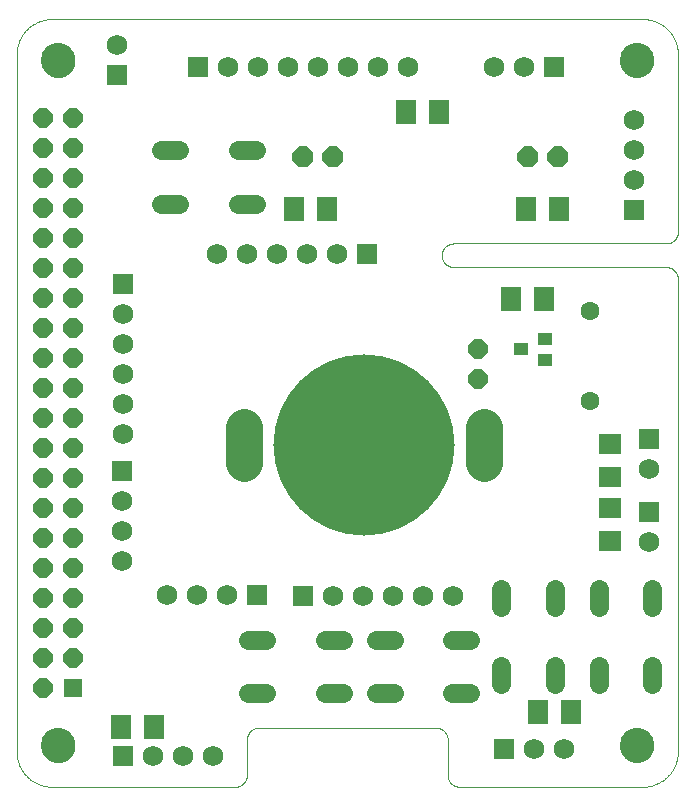
<source format=gbs>
G75*
%MOIN*%
%OFA0B0*%
%FSLAX25Y25*%
%IPPOS*%
%LPD*%
%AMOC8*
5,1,8,0,0,1.08239X$1,22.5*
%
%ADD10C,0.00000*%
%ADD11C,0.11424*%
%ADD12R,0.06400X0.06400*%
%ADD13OC8,0.06400*%
%ADD14C,0.06306*%
%ADD15R,0.06900X0.06900*%
%ADD16C,0.06900*%
%ADD17C,0.60400*%
%ADD18C,0.12400*%
%ADD19R,0.04900X0.04400*%
%ADD20C,0.06400*%
%ADD21OC8,0.07000*%
%ADD22R,0.06699X0.08274*%
%ADD23R,0.07487X0.06699*%
D10*
X0037312Y0035098D02*
X0098336Y0035098D01*
X0098460Y0035100D01*
X0098583Y0035106D01*
X0098707Y0035115D01*
X0098829Y0035129D01*
X0098952Y0035146D01*
X0099074Y0035168D01*
X0099195Y0035193D01*
X0099315Y0035222D01*
X0099434Y0035254D01*
X0099553Y0035291D01*
X0099670Y0035331D01*
X0099785Y0035374D01*
X0099900Y0035422D01*
X0100012Y0035473D01*
X0100123Y0035527D01*
X0100233Y0035585D01*
X0100340Y0035646D01*
X0100446Y0035711D01*
X0100549Y0035779D01*
X0100650Y0035850D01*
X0100749Y0035924D01*
X0100846Y0036001D01*
X0100940Y0036082D01*
X0101031Y0036165D01*
X0101120Y0036251D01*
X0101206Y0036340D01*
X0101289Y0036431D01*
X0101370Y0036525D01*
X0101447Y0036622D01*
X0101521Y0036721D01*
X0101592Y0036822D01*
X0101660Y0036925D01*
X0101725Y0037031D01*
X0101786Y0037138D01*
X0101844Y0037248D01*
X0101898Y0037359D01*
X0101949Y0037471D01*
X0101997Y0037586D01*
X0102040Y0037701D01*
X0102080Y0037818D01*
X0102117Y0037937D01*
X0102149Y0038056D01*
X0102178Y0038176D01*
X0102203Y0038297D01*
X0102225Y0038419D01*
X0102242Y0038542D01*
X0102256Y0038664D01*
X0102265Y0038788D01*
X0102271Y0038911D01*
X0102273Y0039035D01*
X0102273Y0050846D01*
X0102275Y0050970D01*
X0102281Y0051093D01*
X0102290Y0051217D01*
X0102304Y0051339D01*
X0102321Y0051462D01*
X0102343Y0051584D01*
X0102368Y0051705D01*
X0102397Y0051825D01*
X0102429Y0051944D01*
X0102466Y0052063D01*
X0102506Y0052180D01*
X0102549Y0052295D01*
X0102597Y0052410D01*
X0102648Y0052522D01*
X0102702Y0052633D01*
X0102760Y0052743D01*
X0102821Y0052850D01*
X0102886Y0052956D01*
X0102954Y0053059D01*
X0103025Y0053160D01*
X0103099Y0053259D01*
X0103176Y0053356D01*
X0103257Y0053450D01*
X0103340Y0053541D01*
X0103426Y0053630D01*
X0103515Y0053716D01*
X0103606Y0053799D01*
X0103700Y0053880D01*
X0103797Y0053957D01*
X0103896Y0054031D01*
X0103997Y0054102D01*
X0104100Y0054170D01*
X0104206Y0054235D01*
X0104313Y0054296D01*
X0104423Y0054354D01*
X0104534Y0054408D01*
X0104646Y0054459D01*
X0104761Y0054507D01*
X0104876Y0054550D01*
X0104993Y0054590D01*
X0105112Y0054627D01*
X0105231Y0054659D01*
X0105351Y0054688D01*
X0105472Y0054713D01*
X0105594Y0054735D01*
X0105717Y0054752D01*
X0105839Y0054766D01*
X0105963Y0054775D01*
X0106086Y0054781D01*
X0106210Y0054783D01*
X0165265Y0054783D01*
X0165389Y0054781D01*
X0165512Y0054775D01*
X0165636Y0054766D01*
X0165758Y0054752D01*
X0165881Y0054735D01*
X0166003Y0054713D01*
X0166124Y0054688D01*
X0166244Y0054659D01*
X0166363Y0054627D01*
X0166482Y0054590D01*
X0166599Y0054550D01*
X0166714Y0054507D01*
X0166829Y0054459D01*
X0166941Y0054408D01*
X0167052Y0054354D01*
X0167162Y0054296D01*
X0167269Y0054235D01*
X0167375Y0054170D01*
X0167478Y0054102D01*
X0167579Y0054031D01*
X0167678Y0053957D01*
X0167775Y0053880D01*
X0167869Y0053799D01*
X0167960Y0053716D01*
X0168049Y0053630D01*
X0168135Y0053541D01*
X0168218Y0053450D01*
X0168299Y0053356D01*
X0168376Y0053259D01*
X0168450Y0053160D01*
X0168521Y0053059D01*
X0168589Y0052956D01*
X0168654Y0052850D01*
X0168715Y0052743D01*
X0168773Y0052633D01*
X0168827Y0052522D01*
X0168878Y0052410D01*
X0168926Y0052295D01*
X0168969Y0052180D01*
X0169009Y0052063D01*
X0169046Y0051944D01*
X0169078Y0051825D01*
X0169107Y0051705D01*
X0169132Y0051584D01*
X0169154Y0051462D01*
X0169171Y0051339D01*
X0169185Y0051217D01*
X0169194Y0051093D01*
X0169200Y0050970D01*
X0169202Y0050846D01*
X0169202Y0039035D01*
X0169204Y0038911D01*
X0169210Y0038788D01*
X0169219Y0038664D01*
X0169233Y0038542D01*
X0169250Y0038419D01*
X0169272Y0038297D01*
X0169297Y0038176D01*
X0169326Y0038056D01*
X0169358Y0037937D01*
X0169395Y0037818D01*
X0169435Y0037701D01*
X0169478Y0037586D01*
X0169526Y0037471D01*
X0169577Y0037359D01*
X0169631Y0037248D01*
X0169689Y0037138D01*
X0169750Y0037031D01*
X0169815Y0036925D01*
X0169883Y0036822D01*
X0169954Y0036721D01*
X0170028Y0036622D01*
X0170105Y0036525D01*
X0170186Y0036431D01*
X0170269Y0036340D01*
X0170355Y0036251D01*
X0170444Y0036165D01*
X0170535Y0036082D01*
X0170629Y0036001D01*
X0170726Y0035924D01*
X0170825Y0035850D01*
X0170926Y0035779D01*
X0171029Y0035711D01*
X0171135Y0035646D01*
X0171242Y0035585D01*
X0171352Y0035527D01*
X0171463Y0035473D01*
X0171575Y0035422D01*
X0171690Y0035374D01*
X0171805Y0035331D01*
X0171922Y0035291D01*
X0172041Y0035254D01*
X0172160Y0035222D01*
X0172280Y0035193D01*
X0172401Y0035168D01*
X0172523Y0035146D01*
X0172646Y0035129D01*
X0172768Y0035115D01*
X0172892Y0035106D01*
X0173015Y0035100D01*
X0173139Y0035098D01*
X0234162Y0035098D01*
X0234447Y0035101D01*
X0234733Y0035112D01*
X0235018Y0035129D01*
X0235302Y0035153D01*
X0235586Y0035184D01*
X0235869Y0035222D01*
X0236150Y0035267D01*
X0236431Y0035318D01*
X0236711Y0035376D01*
X0236989Y0035441D01*
X0237265Y0035513D01*
X0237539Y0035591D01*
X0237812Y0035676D01*
X0238082Y0035768D01*
X0238350Y0035866D01*
X0238616Y0035970D01*
X0238879Y0036081D01*
X0239139Y0036198D01*
X0239397Y0036321D01*
X0239651Y0036451D01*
X0239902Y0036587D01*
X0240150Y0036728D01*
X0240394Y0036876D01*
X0240635Y0037029D01*
X0240871Y0037189D01*
X0241104Y0037354D01*
X0241333Y0037524D01*
X0241558Y0037700D01*
X0241778Y0037882D01*
X0241994Y0038068D01*
X0242205Y0038260D01*
X0242412Y0038457D01*
X0242614Y0038659D01*
X0242811Y0038866D01*
X0243003Y0039077D01*
X0243189Y0039293D01*
X0243371Y0039513D01*
X0243547Y0039738D01*
X0243717Y0039967D01*
X0243882Y0040200D01*
X0244042Y0040436D01*
X0244195Y0040677D01*
X0244343Y0040921D01*
X0244484Y0041169D01*
X0244620Y0041420D01*
X0244750Y0041674D01*
X0244873Y0041932D01*
X0244990Y0042192D01*
X0245101Y0042455D01*
X0245205Y0042721D01*
X0245303Y0042989D01*
X0245395Y0043259D01*
X0245480Y0043532D01*
X0245558Y0043806D01*
X0245630Y0044082D01*
X0245695Y0044360D01*
X0245753Y0044640D01*
X0245804Y0044921D01*
X0245849Y0045202D01*
X0245887Y0045485D01*
X0245918Y0045769D01*
X0245942Y0046053D01*
X0245959Y0046338D01*
X0245970Y0046624D01*
X0245973Y0046909D01*
X0245973Y0204390D01*
X0245971Y0204514D01*
X0245965Y0204637D01*
X0245956Y0204761D01*
X0245942Y0204883D01*
X0245925Y0205006D01*
X0245903Y0205128D01*
X0245878Y0205249D01*
X0245849Y0205369D01*
X0245817Y0205488D01*
X0245780Y0205607D01*
X0245740Y0205724D01*
X0245697Y0205839D01*
X0245649Y0205954D01*
X0245598Y0206066D01*
X0245544Y0206177D01*
X0245486Y0206287D01*
X0245425Y0206394D01*
X0245360Y0206500D01*
X0245292Y0206603D01*
X0245221Y0206704D01*
X0245147Y0206803D01*
X0245070Y0206900D01*
X0244989Y0206994D01*
X0244906Y0207085D01*
X0244820Y0207174D01*
X0244731Y0207260D01*
X0244640Y0207343D01*
X0244546Y0207424D01*
X0244449Y0207501D01*
X0244350Y0207575D01*
X0244249Y0207646D01*
X0244146Y0207714D01*
X0244040Y0207779D01*
X0243933Y0207840D01*
X0243823Y0207898D01*
X0243712Y0207952D01*
X0243600Y0208003D01*
X0243485Y0208051D01*
X0243370Y0208094D01*
X0243253Y0208134D01*
X0243134Y0208171D01*
X0243015Y0208203D01*
X0242895Y0208232D01*
X0242774Y0208257D01*
X0242652Y0208279D01*
X0242529Y0208296D01*
X0242407Y0208310D01*
X0242283Y0208319D01*
X0242160Y0208325D01*
X0242036Y0208327D01*
X0171170Y0208327D01*
X0171046Y0208329D01*
X0170923Y0208335D01*
X0170799Y0208344D01*
X0170677Y0208358D01*
X0170554Y0208375D01*
X0170432Y0208397D01*
X0170311Y0208422D01*
X0170191Y0208451D01*
X0170072Y0208483D01*
X0169953Y0208520D01*
X0169836Y0208560D01*
X0169721Y0208603D01*
X0169606Y0208651D01*
X0169494Y0208702D01*
X0169383Y0208756D01*
X0169273Y0208814D01*
X0169166Y0208875D01*
X0169060Y0208940D01*
X0168957Y0209008D01*
X0168856Y0209079D01*
X0168757Y0209153D01*
X0168660Y0209230D01*
X0168566Y0209311D01*
X0168475Y0209394D01*
X0168386Y0209480D01*
X0168300Y0209569D01*
X0168217Y0209660D01*
X0168136Y0209754D01*
X0168059Y0209851D01*
X0167985Y0209950D01*
X0167914Y0210051D01*
X0167846Y0210154D01*
X0167781Y0210260D01*
X0167720Y0210367D01*
X0167662Y0210477D01*
X0167608Y0210588D01*
X0167557Y0210700D01*
X0167509Y0210815D01*
X0167466Y0210930D01*
X0167426Y0211047D01*
X0167389Y0211166D01*
X0167357Y0211285D01*
X0167328Y0211405D01*
X0167303Y0211526D01*
X0167281Y0211648D01*
X0167264Y0211771D01*
X0167250Y0211893D01*
X0167241Y0212017D01*
X0167235Y0212140D01*
X0167233Y0212264D01*
X0167235Y0212388D01*
X0167241Y0212511D01*
X0167250Y0212635D01*
X0167264Y0212757D01*
X0167281Y0212880D01*
X0167303Y0213002D01*
X0167328Y0213123D01*
X0167357Y0213243D01*
X0167389Y0213362D01*
X0167426Y0213481D01*
X0167466Y0213598D01*
X0167509Y0213713D01*
X0167557Y0213828D01*
X0167608Y0213940D01*
X0167662Y0214051D01*
X0167720Y0214161D01*
X0167781Y0214268D01*
X0167846Y0214374D01*
X0167914Y0214477D01*
X0167985Y0214578D01*
X0168059Y0214677D01*
X0168136Y0214774D01*
X0168217Y0214868D01*
X0168300Y0214959D01*
X0168386Y0215048D01*
X0168475Y0215134D01*
X0168566Y0215217D01*
X0168660Y0215298D01*
X0168757Y0215375D01*
X0168856Y0215449D01*
X0168957Y0215520D01*
X0169060Y0215588D01*
X0169166Y0215653D01*
X0169273Y0215714D01*
X0169383Y0215772D01*
X0169494Y0215826D01*
X0169606Y0215877D01*
X0169721Y0215925D01*
X0169836Y0215968D01*
X0169953Y0216008D01*
X0170072Y0216045D01*
X0170191Y0216077D01*
X0170311Y0216106D01*
X0170432Y0216131D01*
X0170554Y0216153D01*
X0170677Y0216170D01*
X0170799Y0216184D01*
X0170923Y0216193D01*
X0171046Y0216199D01*
X0171170Y0216201D01*
X0242036Y0216201D01*
X0242160Y0216203D01*
X0242283Y0216209D01*
X0242407Y0216218D01*
X0242529Y0216232D01*
X0242652Y0216249D01*
X0242774Y0216271D01*
X0242895Y0216296D01*
X0243015Y0216325D01*
X0243134Y0216357D01*
X0243253Y0216394D01*
X0243370Y0216434D01*
X0243485Y0216477D01*
X0243600Y0216525D01*
X0243712Y0216576D01*
X0243823Y0216630D01*
X0243933Y0216688D01*
X0244040Y0216749D01*
X0244146Y0216814D01*
X0244249Y0216882D01*
X0244350Y0216953D01*
X0244449Y0217027D01*
X0244546Y0217104D01*
X0244640Y0217185D01*
X0244731Y0217268D01*
X0244820Y0217354D01*
X0244906Y0217443D01*
X0244989Y0217534D01*
X0245070Y0217628D01*
X0245147Y0217725D01*
X0245221Y0217824D01*
X0245292Y0217925D01*
X0245360Y0218028D01*
X0245425Y0218134D01*
X0245486Y0218241D01*
X0245544Y0218351D01*
X0245598Y0218462D01*
X0245649Y0218574D01*
X0245697Y0218689D01*
X0245740Y0218804D01*
X0245780Y0218921D01*
X0245817Y0219040D01*
X0245849Y0219159D01*
X0245878Y0219279D01*
X0245903Y0219400D01*
X0245925Y0219522D01*
X0245942Y0219645D01*
X0245956Y0219767D01*
X0245965Y0219891D01*
X0245971Y0220014D01*
X0245973Y0220138D01*
X0245973Y0279193D01*
X0245970Y0279478D01*
X0245959Y0279764D01*
X0245942Y0280049D01*
X0245918Y0280333D01*
X0245887Y0280617D01*
X0245849Y0280900D01*
X0245804Y0281181D01*
X0245753Y0281462D01*
X0245695Y0281742D01*
X0245630Y0282020D01*
X0245558Y0282296D01*
X0245480Y0282570D01*
X0245395Y0282843D01*
X0245303Y0283113D01*
X0245205Y0283381D01*
X0245101Y0283647D01*
X0244990Y0283910D01*
X0244873Y0284170D01*
X0244750Y0284428D01*
X0244620Y0284682D01*
X0244484Y0284933D01*
X0244343Y0285181D01*
X0244195Y0285425D01*
X0244042Y0285666D01*
X0243882Y0285902D01*
X0243717Y0286135D01*
X0243547Y0286364D01*
X0243371Y0286589D01*
X0243189Y0286809D01*
X0243003Y0287025D01*
X0242811Y0287236D01*
X0242614Y0287443D01*
X0242412Y0287645D01*
X0242205Y0287842D01*
X0241994Y0288034D01*
X0241778Y0288220D01*
X0241558Y0288402D01*
X0241333Y0288578D01*
X0241104Y0288748D01*
X0240871Y0288913D01*
X0240635Y0289073D01*
X0240394Y0289226D01*
X0240150Y0289374D01*
X0239902Y0289515D01*
X0239651Y0289651D01*
X0239397Y0289781D01*
X0239139Y0289904D01*
X0238879Y0290021D01*
X0238616Y0290132D01*
X0238350Y0290236D01*
X0238082Y0290334D01*
X0237812Y0290426D01*
X0237539Y0290511D01*
X0237265Y0290589D01*
X0236989Y0290661D01*
X0236711Y0290726D01*
X0236431Y0290784D01*
X0236150Y0290835D01*
X0235869Y0290880D01*
X0235586Y0290918D01*
X0235302Y0290949D01*
X0235018Y0290973D01*
X0234733Y0290990D01*
X0234447Y0291001D01*
X0234162Y0291004D01*
X0037312Y0291004D01*
X0037027Y0291001D01*
X0036741Y0290990D01*
X0036456Y0290973D01*
X0036172Y0290949D01*
X0035888Y0290918D01*
X0035605Y0290880D01*
X0035324Y0290835D01*
X0035043Y0290784D01*
X0034763Y0290726D01*
X0034485Y0290661D01*
X0034209Y0290589D01*
X0033935Y0290511D01*
X0033662Y0290426D01*
X0033392Y0290334D01*
X0033124Y0290236D01*
X0032858Y0290132D01*
X0032595Y0290021D01*
X0032335Y0289904D01*
X0032077Y0289781D01*
X0031823Y0289651D01*
X0031572Y0289515D01*
X0031324Y0289374D01*
X0031080Y0289226D01*
X0030839Y0289073D01*
X0030603Y0288913D01*
X0030370Y0288748D01*
X0030141Y0288578D01*
X0029916Y0288402D01*
X0029696Y0288220D01*
X0029480Y0288034D01*
X0029269Y0287842D01*
X0029062Y0287645D01*
X0028860Y0287443D01*
X0028663Y0287236D01*
X0028471Y0287025D01*
X0028285Y0286809D01*
X0028103Y0286589D01*
X0027927Y0286364D01*
X0027757Y0286135D01*
X0027592Y0285902D01*
X0027432Y0285666D01*
X0027279Y0285425D01*
X0027131Y0285181D01*
X0026990Y0284933D01*
X0026854Y0284682D01*
X0026724Y0284428D01*
X0026601Y0284170D01*
X0026484Y0283910D01*
X0026373Y0283647D01*
X0026269Y0283381D01*
X0026171Y0283113D01*
X0026079Y0282843D01*
X0025994Y0282570D01*
X0025916Y0282296D01*
X0025844Y0282020D01*
X0025779Y0281742D01*
X0025721Y0281462D01*
X0025670Y0281181D01*
X0025625Y0280900D01*
X0025587Y0280617D01*
X0025556Y0280333D01*
X0025532Y0280049D01*
X0025515Y0279764D01*
X0025504Y0279478D01*
X0025501Y0279193D01*
X0025501Y0046909D01*
X0025504Y0046624D01*
X0025515Y0046338D01*
X0025532Y0046053D01*
X0025556Y0045769D01*
X0025587Y0045485D01*
X0025625Y0045202D01*
X0025670Y0044921D01*
X0025721Y0044640D01*
X0025779Y0044360D01*
X0025844Y0044082D01*
X0025916Y0043806D01*
X0025994Y0043532D01*
X0026079Y0043259D01*
X0026171Y0042989D01*
X0026269Y0042721D01*
X0026373Y0042455D01*
X0026484Y0042192D01*
X0026601Y0041932D01*
X0026724Y0041674D01*
X0026854Y0041420D01*
X0026990Y0041169D01*
X0027131Y0040921D01*
X0027279Y0040677D01*
X0027432Y0040436D01*
X0027592Y0040200D01*
X0027757Y0039967D01*
X0027927Y0039738D01*
X0028103Y0039513D01*
X0028285Y0039293D01*
X0028471Y0039077D01*
X0028663Y0038866D01*
X0028860Y0038659D01*
X0029062Y0038457D01*
X0029269Y0038260D01*
X0029480Y0038068D01*
X0029696Y0037882D01*
X0029916Y0037700D01*
X0030141Y0037524D01*
X0030370Y0037354D01*
X0030603Y0037189D01*
X0030839Y0037029D01*
X0031080Y0036876D01*
X0031324Y0036728D01*
X0031572Y0036587D01*
X0031823Y0036451D01*
X0032077Y0036321D01*
X0032335Y0036198D01*
X0032595Y0036081D01*
X0032858Y0035970D01*
X0033124Y0035866D01*
X0033392Y0035768D01*
X0033662Y0035676D01*
X0033935Y0035591D01*
X0034209Y0035513D01*
X0034485Y0035441D01*
X0034763Y0035376D01*
X0035043Y0035318D01*
X0035324Y0035267D01*
X0035605Y0035222D01*
X0035888Y0035184D01*
X0036172Y0035153D01*
X0036456Y0035129D01*
X0036741Y0035112D01*
X0037027Y0035101D01*
X0037312Y0035098D01*
X0033765Y0048883D02*
X0033767Y0049031D01*
X0033773Y0049179D01*
X0033783Y0049327D01*
X0033797Y0049474D01*
X0033815Y0049621D01*
X0033836Y0049767D01*
X0033862Y0049913D01*
X0033892Y0050058D01*
X0033925Y0050202D01*
X0033963Y0050345D01*
X0034004Y0050487D01*
X0034049Y0050628D01*
X0034097Y0050768D01*
X0034150Y0050907D01*
X0034206Y0051044D01*
X0034266Y0051179D01*
X0034329Y0051313D01*
X0034396Y0051445D01*
X0034467Y0051575D01*
X0034541Y0051703D01*
X0034618Y0051829D01*
X0034699Y0051953D01*
X0034783Y0052075D01*
X0034870Y0052194D01*
X0034961Y0052311D01*
X0035055Y0052426D01*
X0035151Y0052538D01*
X0035251Y0052648D01*
X0035353Y0052754D01*
X0035459Y0052858D01*
X0035567Y0052959D01*
X0035678Y0053057D01*
X0035791Y0053153D01*
X0035907Y0053245D01*
X0036025Y0053334D01*
X0036146Y0053419D01*
X0036269Y0053502D01*
X0036394Y0053581D01*
X0036521Y0053657D01*
X0036650Y0053729D01*
X0036781Y0053798D01*
X0036914Y0053863D01*
X0037049Y0053924D01*
X0037185Y0053982D01*
X0037322Y0054037D01*
X0037461Y0054087D01*
X0037602Y0054134D01*
X0037743Y0054177D01*
X0037886Y0054217D01*
X0038030Y0054252D01*
X0038174Y0054284D01*
X0038320Y0054311D01*
X0038466Y0054335D01*
X0038613Y0054355D01*
X0038760Y0054371D01*
X0038907Y0054383D01*
X0039055Y0054391D01*
X0039203Y0054395D01*
X0039351Y0054395D01*
X0039499Y0054391D01*
X0039647Y0054383D01*
X0039794Y0054371D01*
X0039941Y0054355D01*
X0040088Y0054335D01*
X0040234Y0054311D01*
X0040380Y0054284D01*
X0040524Y0054252D01*
X0040668Y0054217D01*
X0040811Y0054177D01*
X0040952Y0054134D01*
X0041093Y0054087D01*
X0041232Y0054037D01*
X0041369Y0053982D01*
X0041505Y0053924D01*
X0041640Y0053863D01*
X0041773Y0053798D01*
X0041904Y0053729D01*
X0042033Y0053657D01*
X0042160Y0053581D01*
X0042285Y0053502D01*
X0042408Y0053419D01*
X0042529Y0053334D01*
X0042647Y0053245D01*
X0042763Y0053153D01*
X0042876Y0053057D01*
X0042987Y0052959D01*
X0043095Y0052858D01*
X0043201Y0052754D01*
X0043303Y0052648D01*
X0043403Y0052538D01*
X0043499Y0052426D01*
X0043593Y0052311D01*
X0043684Y0052194D01*
X0043771Y0052075D01*
X0043855Y0051953D01*
X0043936Y0051829D01*
X0044013Y0051703D01*
X0044087Y0051575D01*
X0044158Y0051445D01*
X0044225Y0051313D01*
X0044288Y0051179D01*
X0044348Y0051044D01*
X0044404Y0050907D01*
X0044457Y0050768D01*
X0044505Y0050628D01*
X0044550Y0050487D01*
X0044591Y0050345D01*
X0044629Y0050202D01*
X0044662Y0050058D01*
X0044692Y0049913D01*
X0044718Y0049767D01*
X0044739Y0049621D01*
X0044757Y0049474D01*
X0044771Y0049327D01*
X0044781Y0049179D01*
X0044787Y0049031D01*
X0044789Y0048883D01*
X0044787Y0048735D01*
X0044781Y0048587D01*
X0044771Y0048439D01*
X0044757Y0048292D01*
X0044739Y0048145D01*
X0044718Y0047999D01*
X0044692Y0047853D01*
X0044662Y0047708D01*
X0044629Y0047564D01*
X0044591Y0047421D01*
X0044550Y0047279D01*
X0044505Y0047138D01*
X0044457Y0046998D01*
X0044404Y0046859D01*
X0044348Y0046722D01*
X0044288Y0046587D01*
X0044225Y0046453D01*
X0044158Y0046321D01*
X0044087Y0046191D01*
X0044013Y0046063D01*
X0043936Y0045937D01*
X0043855Y0045813D01*
X0043771Y0045691D01*
X0043684Y0045572D01*
X0043593Y0045455D01*
X0043499Y0045340D01*
X0043403Y0045228D01*
X0043303Y0045118D01*
X0043201Y0045012D01*
X0043095Y0044908D01*
X0042987Y0044807D01*
X0042876Y0044709D01*
X0042763Y0044613D01*
X0042647Y0044521D01*
X0042529Y0044432D01*
X0042408Y0044347D01*
X0042285Y0044264D01*
X0042160Y0044185D01*
X0042033Y0044109D01*
X0041904Y0044037D01*
X0041773Y0043968D01*
X0041640Y0043903D01*
X0041505Y0043842D01*
X0041369Y0043784D01*
X0041232Y0043729D01*
X0041093Y0043679D01*
X0040952Y0043632D01*
X0040811Y0043589D01*
X0040668Y0043549D01*
X0040524Y0043514D01*
X0040380Y0043482D01*
X0040234Y0043455D01*
X0040088Y0043431D01*
X0039941Y0043411D01*
X0039794Y0043395D01*
X0039647Y0043383D01*
X0039499Y0043375D01*
X0039351Y0043371D01*
X0039203Y0043371D01*
X0039055Y0043375D01*
X0038907Y0043383D01*
X0038760Y0043395D01*
X0038613Y0043411D01*
X0038466Y0043431D01*
X0038320Y0043455D01*
X0038174Y0043482D01*
X0038030Y0043514D01*
X0037886Y0043549D01*
X0037743Y0043589D01*
X0037602Y0043632D01*
X0037461Y0043679D01*
X0037322Y0043729D01*
X0037185Y0043784D01*
X0037049Y0043842D01*
X0036914Y0043903D01*
X0036781Y0043968D01*
X0036650Y0044037D01*
X0036521Y0044109D01*
X0036394Y0044185D01*
X0036269Y0044264D01*
X0036146Y0044347D01*
X0036025Y0044432D01*
X0035907Y0044521D01*
X0035791Y0044613D01*
X0035678Y0044709D01*
X0035567Y0044807D01*
X0035459Y0044908D01*
X0035353Y0045012D01*
X0035251Y0045118D01*
X0035151Y0045228D01*
X0035055Y0045340D01*
X0034961Y0045455D01*
X0034870Y0045572D01*
X0034783Y0045691D01*
X0034699Y0045813D01*
X0034618Y0045937D01*
X0034541Y0046063D01*
X0034467Y0046191D01*
X0034396Y0046321D01*
X0034329Y0046453D01*
X0034266Y0046587D01*
X0034206Y0046722D01*
X0034150Y0046859D01*
X0034097Y0046998D01*
X0034049Y0047138D01*
X0034004Y0047279D01*
X0033963Y0047421D01*
X0033925Y0047564D01*
X0033892Y0047708D01*
X0033862Y0047853D01*
X0033836Y0047999D01*
X0033815Y0048145D01*
X0033797Y0048292D01*
X0033783Y0048439D01*
X0033773Y0048587D01*
X0033767Y0048735D01*
X0033765Y0048883D01*
X0226679Y0048883D02*
X0226681Y0049031D01*
X0226687Y0049179D01*
X0226697Y0049327D01*
X0226711Y0049474D01*
X0226729Y0049621D01*
X0226750Y0049767D01*
X0226776Y0049913D01*
X0226806Y0050058D01*
X0226839Y0050202D01*
X0226877Y0050345D01*
X0226918Y0050487D01*
X0226963Y0050628D01*
X0227011Y0050768D01*
X0227064Y0050907D01*
X0227120Y0051044D01*
X0227180Y0051179D01*
X0227243Y0051313D01*
X0227310Y0051445D01*
X0227381Y0051575D01*
X0227455Y0051703D01*
X0227532Y0051829D01*
X0227613Y0051953D01*
X0227697Y0052075D01*
X0227784Y0052194D01*
X0227875Y0052311D01*
X0227969Y0052426D01*
X0228065Y0052538D01*
X0228165Y0052648D01*
X0228267Y0052754D01*
X0228373Y0052858D01*
X0228481Y0052959D01*
X0228592Y0053057D01*
X0228705Y0053153D01*
X0228821Y0053245D01*
X0228939Y0053334D01*
X0229060Y0053419D01*
X0229183Y0053502D01*
X0229308Y0053581D01*
X0229435Y0053657D01*
X0229564Y0053729D01*
X0229695Y0053798D01*
X0229828Y0053863D01*
X0229963Y0053924D01*
X0230099Y0053982D01*
X0230236Y0054037D01*
X0230375Y0054087D01*
X0230516Y0054134D01*
X0230657Y0054177D01*
X0230800Y0054217D01*
X0230944Y0054252D01*
X0231088Y0054284D01*
X0231234Y0054311D01*
X0231380Y0054335D01*
X0231527Y0054355D01*
X0231674Y0054371D01*
X0231821Y0054383D01*
X0231969Y0054391D01*
X0232117Y0054395D01*
X0232265Y0054395D01*
X0232413Y0054391D01*
X0232561Y0054383D01*
X0232708Y0054371D01*
X0232855Y0054355D01*
X0233002Y0054335D01*
X0233148Y0054311D01*
X0233294Y0054284D01*
X0233438Y0054252D01*
X0233582Y0054217D01*
X0233725Y0054177D01*
X0233866Y0054134D01*
X0234007Y0054087D01*
X0234146Y0054037D01*
X0234283Y0053982D01*
X0234419Y0053924D01*
X0234554Y0053863D01*
X0234687Y0053798D01*
X0234818Y0053729D01*
X0234947Y0053657D01*
X0235074Y0053581D01*
X0235199Y0053502D01*
X0235322Y0053419D01*
X0235443Y0053334D01*
X0235561Y0053245D01*
X0235677Y0053153D01*
X0235790Y0053057D01*
X0235901Y0052959D01*
X0236009Y0052858D01*
X0236115Y0052754D01*
X0236217Y0052648D01*
X0236317Y0052538D01*
X0236413Y0052426D01*
X0236507Y0052311D01*
X0236598Y0052194D01*
X0236685Y0052075D01*
X0236769Y0051953D01*
X0236850Y0051829D01*
X0236927Y0051703D01*
X0237001Y0051575D01*
X0237072Y0051445D01*
X0237139Y0051313D01*
X0237202Y0051179D01*
X0237262Y0051044D01*
X0237318Y0050907D01*
X0237371Y0050768D01*
X0237419Y0050628D01*
X0237464Y0050487D01*
X0237505Y0050345D01*
X0237543Y0050202D01*
X0237576Y0050058D01*
X0237606Y0049913D01*
X0237632Y0049767D01*
X0237653Y0049621D01*
X0237671Y0049474D01*
X0237685Y0049327D01*
X0237695Y0049179D01*
X0237701Y0049031D01*
X0237703Y0048883D01*
X0237701Y0048735D01*
X0237695Y0048587D01*
X0237685Y0048439D01*
X0237671Y0048292D01*
X0237653Y0048145D01*
X0237632Y0047999D01*
X0237606Y0047853D01*
X0237576Y0047708D01*
X0237543Y0047564D01*
X0237505Y0047421D01*
X0237464Y0047279D01*
X0237419Y0047138D01*
X0237371Y0046998D01*
X0237318Y0046859D01*
X0237262Y0046722D01*
X0237202Y0046587D01*
X0237139Y0046453D01*
X0237072Y0046321D01*
X0237001Y0046191D01*
X0236927Y0046063D01*
X0236850Y0045937D01*
X0236769Y0045813D01*
X0236685Y0045691D01*
X0236598Y0045572D01*
X0236507Y0045455D01*
X0236413Y0045340D01*
X0236317Y0045228D01*
X0236217Y0045118D01*
X0236115Y0045012D01*
X0236009Y0044908D01*
X0235901Y0044807D01*
X0235790Y0044709D01*
X0235677Y0044613D01*
X0235561Y0044521D01*
X0235443Y0044432D01*
X0235322Y0044347D01*
X0235199Y0044264D01*
X0235074Y0044185D01*
X0234947Y0044109D01*
X0234818Y0044037D01*
X0234687Y0043968D01*
X0234554Y0043903D01*
X0234419Y0043842D01*
X0234283Y0043784D01*
X0234146Y0043729D01*
X0234007Y0043679D01*
X0233866Y0043632D01*
X0233725Y0043589D01*
X0233582Y0043549D01*
X0233438Y0043514D01*
X0233294Y0043482D01*
X0233148Y0043455D01*
X0233002Y0043431D01*
X0232855Y0043411D01*
X0232708Y0043395D01*
X0232561Y0043383D01*
X0232413Y0043375D01*
X0232265Y0043371D01*
X0232117Y0043371D01*
X0231969Y0043375D01*
X0231821Y0043383D01*
X0231674Y0043395D01*
X0231527Y0043411D01*
X0231380Y0043431D01*
X0231234Y0043455D01*
X0231088Y0043482D01*
X0230944Y0043514D01*
X0230800Y0043549D01*
X0230657Y0043589D01*
X0230516Y0043632D01*
X0230375Y0043679D01*
X0230236Y0043729D01*
X0230099Y0043784D01*
X0229963Y0043842D01*
X0229828Y0043903D01*
X0229695Y0043968D01*
X0229564Y0044037D01*
X0229435Y0044109D01*
X0229308Y0044185D01*
X0229183Y0044264D01*
X0229060Y0044347D01*
X0228939Y0044432D01*
X0228821Y0044521D01*
X0228705Y0044613D01*
X0228592Y0044709D01*
X0228481Y0044807D01*
X0228373Y0044908D01*
X0228267Y0045012D01*
X0228165Y0045118D01*
X0228065Y0045228D01*
X0227969Y0045340D01*
X0227875Y0045455D01*
X0227784Y0045572D01*
X0227697Y0045691D01*
X0227613Y0045813D01*
X0227532Y0045937D01*
X0227455Y0046063D01*
X0227381Y0046191D01*
X0227310Y0046321D01*
X0227243Y0046453D01*
X0227180Y0046587D01*
X0227120Y0046722D01*
X0227064Y0046859D01*
X0227011Y0046998D01*
X0226963Y0047138D01*
X0226918Y0047279D01*
X0226877Y0047421D01*
X0226839Y0047564D01*
X0226806Y0047708D01*
X0226776Y0047853D01*
X0226750Y0047999D01*
X0226729Y0048145D01*
X0226711Y0048292D01*
X0226697Y0048439D01*
X0226687Y0048587D01*
X0226681Y0048735D01*
X0226679Y0048883D01*
X0226679Y0277230D02*
X0226681Y0277378D01*
X0226687Y0277526D01*
X0226697Y0277674D01*
X0226711Y0277821D01*
X0226729Y0277968D01*
X0226750Y0278114D01*
X0226776Y0278260D01*
X0226806Y0278405D01*
X0226839Y0278549D01*
X0226877Y0278692D01*
X0226918Y0278834D01*
X0226963Y0278975D01*
X0227011Y0279115D01*
X0227064Y0279254D01*
X0227120Y0279391D01*
X0227180Y0279526D01*
X0227243Y0279660D01*
X0227310Y0279792D01*
X0227381Y0279922D01*
X0227455Y0280050D01*
X0227532Y0280176D01*
X0227613Y0280300D01*
X0227697Y0280422D01*
X0227784Y0280541D01*
X0227875Y0280658D01*
X0227969Y0280773D01*
X0228065Y0280885D01*
X0228165Y0280995D01*
X0228267Y0281101D01*
X0228373Y0281205D01*
X0228481Y0281306D01*
X0228592Y0281404D01*
X0228705Y0281500D01*
X0228821Y0281592D01*
X0228939Y0281681D01*
X0229060Y0281766D01*
X0229183Y0281849D01*
X0229308Y0281928D01*
X0229435Y0282004D01*
X0229564Y0282076D01*
X0229695Y0282145D01*
X0229828Y0282210D01*
X0229963Y0282271D01*
X0230099Y0282329D01*
X0230236Y0282384D01*
X0230375Y0282434D01*
X0230516Y0282481D01*
X0230657Y0282524D01*
X0230800Y0282564D01*
X0230944Y0282599D01*
X0231088Y0282631D01*
X0231234Y0282658D01*
X0231380Y0282682D01*
X0231527Y0282702D01*
X0231674Y0282718D01*
X0231821Y0282730D01*
X0231969Y0282738D01*
X0232117Y0282742D01*
X0232265Y0282742D01*
X0232413Y0282738D01*
X0232561Y0282730D01*
X0232708Y0282718D01*
X0232855Y0282702D01*
X0233002Y0282682D01*
X0233148Y0282658D01*
X0233294Y0282631D01*
X0233438Y0282599D01*
X0233582Y0282564D01*
X0233725Y0282524D01*
X0233866Y0282481D01*
X0234007Y0282434D01*
X0234146Y0282384D01*
X0234283Y0282329D01*
X0234419Y0282271D01*
X0234554Y0282210D01*
X0234687Y0282145D01*
X0234818Y0282076D01*
X0234947Y0282004D01*
X0235074Y0281928D01*
X0235199Y0281849D01*
X0235322Y0281766D01*
X0235443Y0281681D01*
X0235561Y0281592D01*
X0235677Y0281500D01*
X0235790Y0281404D01*
X0235901Y0281306D01*
X0236009Y0281205D01*
X0236115Y0281101D01*
X0236217Y0280995D01*
X0236317Y0280885D01*
X0236413Y0280773D01*
X0236507Y0280658D01*
X0236598Y0280541D01*
X0236685Y0280422D01*
X0236769Y0280300D01*
X0236850Y0280176D01*
X0236927Y0280050D01*
X0237001Y0279922D01*
X0237072Y0279792D01*
X0237139Y0279660D01*
X0237202Y0279526D01*
X0237262Y0279391D01*
X0237318Y0279254D01*
X0237371Y0279115D01*
X0237419Y0278975D01*
X0237464Y0278834D01*
X0237505Y0278692D01*
X0237543Y0278549D01*
X0237576Y0278405D01*
X0237606Y0278260D01*
X0237632Y0278114D01*
X0237653Y0277968D01*
X0237671Y0277821D01*
X0237685Y0277674D01*
X0237695Y0277526D01*
X0237701Y0277378D01*
X0237703Y0277230D01*
X0237701Y0277082D01*
X0237695Y0276934D01*
X0237685Y0276786D01*
X0237671Y0276639D01*
X0237653Y0276492D01*
X0237632Y0276346D01*
X0237606Y0276200D01*
X0237576Y0276055D01*
X0237543Y0275911D01*
X0237505Y0275768D01*
X0237464Y0275626D01*
X0237419Y0275485D01*
X0237371Y0275345D01*
X0237318Y0275206D01*
X0237262Y0275069D01*
X0237202Y0274934D01*
X0237139Y0274800D01*
X0237072Y0274668D01*
X0237001Y0274538D01*
X0236927Y0274410D01*
X0236850Y0274284D01*
X0236769Y0274160D01*
X0236685Y0274038D01*
X0236598Y0273919D01*
X0236507Y0273802D01*
X0236413Y0273687D01*
X0236317Y0273575D01*
X0236217Y0273465D01*
X0236115Y0273359D01*
X0236009Y0273255D01*
X0235901Y0273154D01*
X0235790Y0273056D01*
X0235677Y0272960D01*
X0235561Y0272868D01*
X0235443Y0272779D01*
X0235322Y0272694D01*
X0235199Y0272611D01*
X0235074Y0272532D01*
X0234947Y0272456D01*
X0234818Y0272384D01*
X0234687Y0272315D01*
X0234554Y0272250D01*
X0234419Y0272189D01*
X0234283Y0272131D01*
X0234146Y0272076D01*
X0234007Y0272026D01*
X0233866Y0271979D01*
X0233725Y0271936D01*
X0233582Y0271896D01*
X0233438Y0271861D01*
X0233294Y0271829D01*
X0233148Y0271802D01*
X0233002Y0271778D01*
X0232855Y0271758D01*
X0232708Y0271742D01*
X0232561Y0271730D01*
X0232413Y0271722D01*
X0232265Y0271718D01*
X0232117Y0271718D01*
X0231969Y0271722D01*
X0231821Y0271730D01*
X0231674Y0271742D01*
X0231527Y0271758D01*
X0231380Y0271778D01*
X0231234Y0271802D01*
X0231088Y0271829D01*
X0230944Y0271861D01*
X0230800Y0271896D01*
X0230657Y0271936D01*
X0230516Y0271979D01*
X0230375Y0272026D01*
X0230236Y0272076D01*
X0230099Y0272131D01*
X0229963Y0272189D01*
X0229828Y0272250D01*
X0229695Y0272315D01*
X0229564Y0272384D01*
X0229435Y0272456D01*
X0229308Y0272532D01*
X0229183Y0272611D01*
X0229060Y0272694D01*
X0228939Y0272779D01*
X0228821Y0272868D01*
X0228705Y0272960D01*
X0228592Y0273056D01*
X0228481Y0273154D01*
X0228373Y0273255D01*
X0228267Y0273359D01*
X0228165Y0273465D01*
X0228065Y0273575D01*
X0227969Y0273687D01*
X0227875Y0273802D01*
X0227784Y0273919D01*
X0227697Y0274038D01*
X0227613Y0274160D01*
X0227532Y0274284D01*
X0227455Y0274410D01*
X0227381Y0274538D01*
X0227310Y0274668D01*
X0227243Y0274800D01*
X0227180Y0274934D01*
X0227120Y0275069D01*
X0227064Y0275206D01*
X0227011Y0275345D01*
X0226963Y0275485D01*
X0226918Y0275626D01*
X0226877Y0275768D01*
X0226839Y0275911D01*
X0226806Y0276055D01*
X0226776Y0276200D01*
X0226750Y0276346D01*
X0226729Y0276492D01*
X0226711Y0276639D01*
X0226697Y0276786D01*
X0226687Y0276934D01*
X0226681Y0277082D01*
X0226679Y0277230D01*
X0033765Y0277230D02*
X0033767Y0277378D01*
X0033773Y0277526D01*
X0033783Y0277674D01*
X0033797Y0277821D01*
X0033815Y0277968D01*
X0033836Y0278114D01*
X0033862Y0278260D01*
X0033892Y0278405D01*
X0033925Y0278549D01*
X0033963Y0278692D01*
X0034004Y0278834D01*
X0034049Y0278975D01*
X0034097Y0279115D01*
X0034150Y0279254D01*
X0034206Y0279391D01*
X0034266Y0279526D01*
X0034329Y0279660D01*
X0034396Y0279792D01*
X0034467Y0279922D01*
X0034541Y0280050D01*
X0034618Y0280176D01*
X0034699Y0280300D01*
X0034783Y0280422D01*
X0034870Y0280541D01*
X0034961Y0280658D01*
X0035055Y0280773D01*
X0035151Y0280885D01*
X0035251Y0280995D01*
X0035353Y0281101D01*
X0035459Y0281205D01*
X0035567Y0281306D01*
X0035678Y0281404D01*
X0035791Y0281500D01*
X0035907Y0281592D01*
X0036025Y0281681D01*
X0036146Y0281766D01*
X0036269Y0281849D01*
X0036394Y0281928D01*
X0036521Y0282004D01*
X0036650Y0282076D01*
X0036781Y0282145D01*
X0036914Y0282210D01*
X0037049Y0282271D01*
X0037185Y0282329D01*
X0037322Y0282384D01*
X0037461Y0282434D01*
X0037602Y0282481D01*
X0037743Y0282524D01*
X0037886Y0282564D01*
X0038030Y0282599D01*
X0038174Y0282631D01*
X0038320Y0282658D01*
X0038466Y0282682D01*
X0038613Y0282702D01*
X0038760Y0282718D01*
X0038907Y0282730D01*
X0039055Y0282738D01*
X0039203Y0282742D01*
X0039351Y0282742D01*
X0039499Y0282738D01*
X0039647Y0282730D01*
X0039794Y0282718D01*
X0039941Y0282702D01*
X0040088Y0282682D01*
X0040234Y0282658D01*
X0040380Y0282631D01*
X0040524Y0282599D01*
X0040668Y0282564D01*
X0040811Y0282524D01*
X0040952Y0282481D01*
X0041093Y0282434D01*
X0041232Y0282384D01*
X0041369Y0282329D01*
X0041505Y0282271D01*
X0041640Y0282210D01*
X0041773Y0282145D01*
X0041904Y0282076D01*
X0042033Y0282004D01*
X0042160Y0281928D01*
X0042285Y0281849D01*
X0042408Y0281766D01*
X0042529Y0281681D01*
X0042647Y0281592D01*
X0042763Y0281500D01*
X0042876Y0281404D01*
X0042987Y0281306D01*
X0043095Y0281205D01*
X0043201Y0281101D01*
X0043303Y0280995D01*
X0043403Y0280885D01*
X0043499Y0280773D01*
X0043593Y0280658D01*
X0043684Y0280541D01*
X0043771Y0280422D01*
X0043855Y0280300D01*
X0043936Y0280176D01*
X0044013Y0280050D01*
X0044087Y0279922D01*
X0044158Y0279792D01*
X0044225Y0279660D01*
X0044288Y0279526D01*
X0044348Y0279391D01*
X0044404Y0279254D01*
X0044457Y0279115D01*
X0044505Y0278975D01*
X0044550Y0278834D01*
X0044591Y0278692D01*
X0044629Y0278549D01*
X0044662Y0278405D01*
X0044692Y0278260D01*
X0044718Y0278114D01*
X0044739Y0277968D01*
X0044757Y0277821D01*
X0044771Y0277674D01*
X0044781Y0277526D01*
X0044787Y0277378D01*
X0044789Y0277230D01*
X0044787Y0277082D01*
X0044781Y0276934D01*
X0044771Y0276786D01*
X0044757Y0276639D01*
X0044739Y0276492D01*
X0044718Y0276346D01*
X0044692Y0276200D01*
X0044662Y0276055D01*
X0044629Y0275911D01*
X0044591Y0275768D01*
X0044550Y0275626D01*
X0044505Y0275485D01*
X0044457Y0275345D01*
X0044404Y0275206D01*
X0044348Y0275069D01*
X0044288Y0274934D01*
X0044225Y0274800D01*
X0044158Y0274668D01*
X0044087Y0274538D01*
X0044013Y0274410D01*
X0043936Y0274284D01*
X0043855Y0274160D01*
X0043771Y0274038D01*
X0043684Y0273919D01*
X0043593Y0273802D01*
X0043499Y0273687D01*
X0043403Y0273575D01*
X0043303Y0273465D01*
X0043201Y0273359D01*
X0043095Y0273255D01*
X0042987Y0273154D01*
X0042876Y0273056D01*
X0042763Y0272960D01*
X0042647Y0272868D01*
X0042529Y0272779D01*
X0042408Y0272694D01*
X0042285Y0272611D01*
X0042160Y0272532D01*
X0042033Y0272456D01*
X0041904Y0272384D01*
X0041773Y0272315D01*
X0041640Y0272250D01*
X0041505Y0272189D01*
X0041369Y0272131D01*
X0041232Y0272076D01*
X0041093Y0272026D01*
X0040952Y0271979D01*
X0040811Y0271936D01*
X0040668Y0271896D01*
X0040524Y0271861D01*
X0040380Y0271829D01*
X0040234Y0271802D01*
X0040088Y0271778D01*
X0039941Y0271758D01*
X0039794Y0271742D01*
X0039647Y0271730D01*
X0039499Y0271722D01*
X0039351Y0271718D01*
X0039203Y0271718D01*
X0039055Y0271722D01*
X0038907Y0271730D01*
X0038760Y0271742D01*
X0038613Y0271758D01*
X0038466Y0271778D01*
X0038320Y0271802D01*
X0038174Y0271829D01*
X0038030Y0271861D01*
X0037886Y0271896D01*
X0037743Y0271936D01*
X0037602Y0271979D01*
X0037461Y0272026D01*
X0037322Y0272076D01*
X0037185Y0272131D01*
X0037049Y0272189D01*
X0036914Y0272250D01*
X0036781Y0272315D01*
X0036650Y0272384D01*
X0036521Y0272456D01*
X0036394Y0272532D01*
X0036269Y0272611D01*
X0036146Y0272694D01*
X0036025Y0272779D01*
X0035907Y0272868D01*
X0035791Y0272960D01*
X0035678Y0273056D01*
X0035567Y0273154D01*
X0035459Y0273255D01*
X0035353Y0273359D01*
X0035251Y0273465D01*
X0035151Y0273575D01*
X0035055Y0273687D01*
X0034961Y0273802D01*
X0034870Y0273919D01*
X0034783Y0274038D01*
X0034699Y0274160D01*
X0034618Y0274284D01*
X0034541Y0274410D01*
X0034467Y0274538D01*
X0034396Y0274668D01*
X0034329Y0274800D01*
X0034266Y0274934D01*
X0034206Y0275069D01*
X0034150Y0275206D01*
X0034097Y0275345D01*
X0034049Y0275485D01*
X0034004Y0275626D01*
X0033963Y0275768D01*
X0033925Y0275911D01*
X0033892Y0276055D01*
X0033862Y0276200D01*
X0033836Y0276346D01*
X0033815Y0276492D01*
X0033797Y0276639D01*
X0033783Y0276786D01*
X0033773Y0276934D01*
X0033767Y0277082D01*
X0033765Y0277230D01*
D11*
X0039277Y0277230D03*
X0232191Y0277230D03*
X0232191Y0048883D03*
X0039277Y0048883D03*
D12*
X0044277Y0068057D03*
D13*
X0034277Y0068057D03*
X0034277Y0078057D03*
X0044277Y0078057D03*
X0044277Y0088057D03*
X0034277Y0088057D03*
X0034277Y0098057D03*
X0044277Y0098057D03*
X0044277Y0108057D03*
X0034277Y0108057D03*
X0034277Y0118057D03*
X0044277Y0118057D03*
X0044277Y0128057D03*
X0034277Y0128057D03*
X0034277Y0138057D03*
X0044277Y0138057D03*
X0044277Y0148057D03*
X0034277Y0148057D03*
X0034277Y0158057D03*
X0044277Y0158057D03*
X0044277Y0168057D03*
X0034277Y0168057D03*
X0034277Y0178057D03*
X0044277Y0178057D03*
X0044277Y0188057D03*
X0034277Y0188057D03*
X0034277Y0198057D03*
X0044277Y0198057D03*
X0044277Y0208057D03*
X0034277Y0208057D03*
X0034277Y0218057D03*
X0044277Y0218057D03*
X0044277Y0228057D03*
X0034277Y0228057D03*
X0034277Y0238057D03*
X0044277Y0238057D03*
X0044277Y0248057D03*
X0034277Y0248057D03*
X0034277Y0258057D03*
X0044277Y0258057D03*
X0179267Y0180911D03*
X0179267Y0170911D03*
D14*
X0216600Y0163805D03*
X0216600Y0193726D03*
D15*
X0231423Y0227210D03*
X0204720Y0275104D03*
X0142220Y0212604D03*
X0060970Y0202604D03*
X0060763Y0140498D03*
X0105576Y0099149D03*
X0120970Y0098854D03*
X0188076Y0047643D03*
X0061076Y0045403D03*
X0236403Y0126659D03*
X0236472Y0151049D03*
X0059139Y0272210D03*
X0085970Y0275104D03*
D16*
X0095970Y0275104D03*
X0105970Y0275104D03*
X0115970Y0275104D03*
X0125970Y0275104D03*
X0135970Y0275104D03*
X0145970Y0275104D03*
X0155970Y0275104D03*
X0184720Y0275104D03*
X0194720Y0275104D03*
X0231423Y0257210D03*
X0231423Y0247210D03*
X0231423Y0237210D03*
X0132220Y0212604D03*
X0122220Y0212604D03*
X0112220Y0212604D03*
X0102220Y0212604D03*
X0092220Y0212604D03*
X0060970Y0192604D03*
X0060970Y0182604D03*
X0060970Y0172604D03*
X0060970Y0162604D03*
X0060970Y0152604D03*
X0060763Y0130498D03*
X0060763Y0120498D03*
X0060763Y0110498D03*
X0075576Y0099149D03*
X0085576Y0099149D03*
X0095576Y0099149D03*
X0130970Y0098854D03*
X0140970Y0098854D03*
X0150970Y0098854D03*
X0160970Y0098854D03*
X0170970Y0098854D03*
X0236403Y0116659D03*
X0236472Y0141049D03*
X0208076Y0047643D03*
X0198076Y0047643D03*
X0091076Y0045403D03*
X0081076Y0045403D03*
X0071076Y0045403D03*
X0059139Y0282210D03*
D17*
X0141423Y0149100D03*
D18*
X0181423Y0143100D02*
X0181423Y0155100D01*
X0101423Y0155100D02*
X0101423Y0143100D01*
D19*
X0193663Y0181009D03*
X0201663Y0177509D03*
X0201663Y0184509D03*
D20*
X0105392Y0229452D02*
X0099392Y0229452D01*
X0079792Y0229452D02*
X0073792Y0229452D01*
X0073792Y0247252D02*
X0079792Y0247252D01*
X0099392Y0247252D02*
X0105392Y0247252D01*
X0187070Y0100904D02*
X0187070Y0094904D01*
X0176770Y0084004D02*
X0170770Y0084004D01*
X0187070Y0075304D02*
X0187070Y0069304D01*
X0176770Y0066204D02*
X0170770Y0066204D01*
X0151170Y0066204D02*
X0145170Y0066204D01*
X0134270Y0066204D02*
X0128270Y0066204D01*
X0108670Y0066204D02*
X0102670Y0066204D01*
X0102670Y0084004D02*
X0108670Y0084004D01*
X0128270Y0084004D02*
X0134270Y0084004D01*
X0145170Y0084004D02*
X0151170Y0084004D01*
X0204870Y0075304D02*
X0204870Y0069304D01*
X0219570Y0069304D02*
X0219570Y0075304D01*
X0237370Y0075304D02*
X0237370Y0069304D01*
X0237370Y0094904D02*
X0237370Y0100904D01*
X0219570Y0100904D02*
X0219570Y0094904D01*
X0204870Y0094904D02*
X0204870Y0100904D01*
D21*
X0205970Y0245104D03*
X0195970Y0245104D03*
X0130970Y0245104D03*
X0120970Y0245104D03*
D22*
X0117958Y0227604D03*
X0128982Y0227604D03*
X0155458Y0260104D03*
X0166482Y0260104D03*
X0195458Y0227604D03*
X0206482Y0227604D03*
X0201482Y0197604D03*
X0190458Y0197604D03*
X0199208Y0060104D03*
X0210232Y0060104D03*
X0071482Y0055104D03*
X0060458Y0055104D03*
D23*
X0223470Y0117092D03*
X0223470Y0128116D03*
X0223470Y0138342D03*
X0223470Y0149366D03*
M02*

</source>
